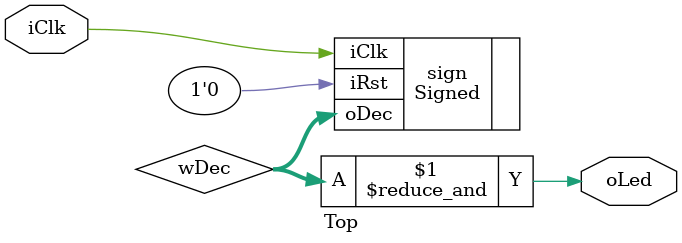
<source format=v>

module Top(
	input 	iClk,
	output 	oLed
);

localparam lpBitWidth = 4;

wire signed[lpBitWidth:0] wDec;

Signed #(
	.pBitWidth	(lpBitWidth)
) sign (
	.oDec	(wDec),
	.iRst	(1'b0),
	.iClk 	(iClk)
);

assign oLed = &{wDec};

endmodule

</source>
